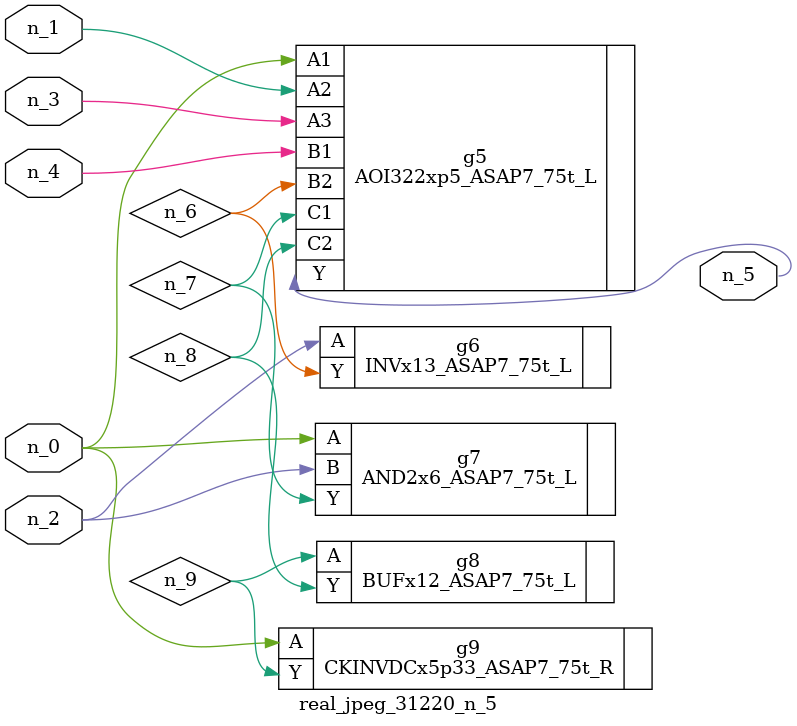
<source format=v>
module real_jpeg_31220_n_5 (n_4, n_0, n_1, n_2, n_3, n_5);

input n_4;
input n_0;
input n_1;
input n_2;
input n_3;

output n_5;

wire n_8;
wire n_6;
wire n_7;
wire n_9;

AOI322xp5_ASAP7_75t_L g5 ( 
.A1(n_0),
.A2(n_1),
.A3(n_3),
.B1(n_4),
.B2(n_6),
.C1(n_7),
.C2(n_8),
.Y(n_5)
);

AND2x6_ASAP7_75t_L g7 ( 
.A(n_0),
.B(n_2),
.Y(n_7)
);

CKINVDCx5p33_ASAP7_75t_R g9 ( 
.A(n_0),
.Y(n_9)
);

INVx13_ASAP7_75t_L g6 ( 
.A(n_2),
.Y(n_6)
);

BUFx12_ASAP7_75t_L g8 ( 
.A(n_9),
.Y(n_8)
);


endmodule
</source>
